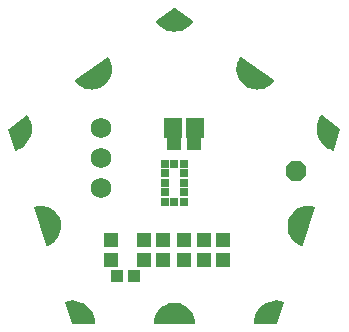
<source format=gbr>
G04 EAGLE Gerber RS-274X export*
G75*
%MOMM*%
%FSLAX34Y34*%
%LPD*%
%INSoldermask Top*%
%IPPOS*%
%AMOC8*
5,1,8,0,0,1.08239X$1,22.5*%
G01*
%ADD10R,1.303200X1.203200*%
%ADD11R,1.203200X1.303200*%
%ADD12R,1.503200X1.703200*%
%ADD13R,1.003200X1.003200*%
%ADD14P,1.869504X8X22.500000*%
%ADD15C,1.727200*%
%ADD16R,0.703200X0.703200*%
%ADD17C,1.003200*%

G36*
X72022Y79012D02*
X72022Y79012D01*
X72055Y79020D01*
X72104Y79021D01*
X74857Y79574D01*
X74889Y79587D01*
X74936Y79597D01*
X77561Y80594D01*
X77590Y80613D01*
X77635Y80630D01*
X80060Y82046D01*
X80086Y82069D01*
X80127Y82093D01*
X82286Y83889D01*
X82308Y83917D01*
X82345Y83947D01*
X84178Y86074D01*
X84192Y86099D01*
X84213Y86120D01*
X84241Y86186D01*
X84275Y86247D01*
X84279Y86277D01*
X84290Y86303D01*
X84289Y86374D01*
X84297Y86445D01*
X84289Y86473D01*
X84289Y86502D01*
X84261Y86568D01*
X84240Y86636D01*
X84222Y86658D01*
X84210Y86685D01*
X84140Y86756D01*
X84134Y86764D01*
X84123Y86779D01*
X84120Y86781D01*
X84113Y86789D01*
X84103Y86794D01*
X84094Y86804D01*
X56594Y106804D01*
X56567Y106816D01*
X56545Y106835D01*
X56477Y106857D01*
X56413Y106886D01*
X56384Y106887D01*
X56356Y106896D01*
X56285Y106890D01*
X56214Y106892D01*
X56187Y106881D01*
X56158Y106879D01*
X56095Y106845D01*
X56029Y106819D01*
X56008Y106799D01*
X55982Y106785D01*
X55935Y106731D01*
X55928Y106726D01*
X55920Y106714D01*
X55917Y106710D01*
X55887Y106680D01*
X55882Y106670D01*
X55873Y106659D01*
X54415Y104260D01*
X54403Y104227D01*
X54378Y104186D01*
X53335Y101579D01*
X53333Y101569D01*
X53331Y101566D01*
X53326Y101540D01*
X53310Y101500D01*
X52710Y98757D01*
X52710Y98722D01*
X52699Y98675D01*
X52559Y95871D01*
X52564Y95837D01*
X52561Y95789D01*
X52884Y92999D01*
X52895Y92966D01*
X52900Y92918D01*
X53678Y90220D01*
X53692Y90194D01*
X53692Y90193D01*
X53693Y90192D01*
X53694Y90189D01*
X53707Y90143D01*
X54919Y87610D01*
X54939Y87582D01*
X54960Y87539D01*
X56572Y85239D01*
X56597Y85215D01*
X56624Y85176D01*
X58593Y83173D01*
X58621Y83153D01*
X58655Y83119D01*
X60926Y81467D01*
X60957Y81453D01*
X60996Y81425D01*
X63508Y80169D01*
X63542Y80160D01*
X63585Y80139D01*
X66269Y79314D01*
X66304Y79311D01*
X66350Y79296D01*
X69133Y78925D01*
X69167Y78927D01*
X69215Y78920D01*
X72022Y79012D01*
G37*
G36*
X-69181Y78926D02*
X-69181Y78926D01*
X-69133Y78925D01*
X-66350Y79296D01*
X-66317Y79308D01*
X-66269Y79314D01*
X-63585Y80139D01*
X-63554Y80155D01*
X-63508Y80169D01*
X-60996Y81425D01*
X-60969Y81446D01*
X-60926Y81467D01*
X-58655Y83119D01*
X-58632Y83145D01*
X-58593Y83173D01*
X-56624Y85176D01*
X-56606Y85205D01*
X-56572Y85239D01*
X-54960Y87539D01*
X-54946Y87570D01*
X-54919Y87610D01*
X-53707Y90143D01*
X-53699Y90177D01*
X-53678Y90220D01*
X-52900Y92918D01*
X-52898Y92953D01*
X-52884Y92999D01*
X-52561Y95789D01*
X-52564Y95823D01*
X-52559Y95871D01*
X-52699Y98675D01*
X-52708Y98709D01*
X-52710Y98757D01*
X-53310Y101500D01*
X-53324Y101532D01*
X-53335Y101579D01*
X-54378Y104186D01*
X-54397Y104215D01*
X-54415Y104260D01*
X-55873Y106659D01*
X-55893Y106681D01*
X-55906Y106707D01*
X-55946Y106741D01*
X-55952Y106749D01*
X-55962Y106755D01*
X-56008Y106805D01*
X-56035Y106817D01*
X-56057Y106836D01*
X-56125Y106858D01*
X-56190Y106887D01*
X-56219Y106888D01*
X-56247Y106896D01*
X-56317Y106890D01*
X-56389Y106891D01*
X-56416Y106881D01*
X-56445Y106878D01*
X-56523Y106839D01*
X-56524Y106839D01*
X-56525Y106838D01*
X-56534Y106834D01*
X-56573Y106818D01*
X-56581Y106810D01*
X-56594Y106804D01*
X-84094Y86804D01*
X-84113Y86782D01*
X-84138Y86767D01*
X-84146Y86756D01*
X-84148Y86754D01*
X-84180Y86710D01*
X-84228Y86657D01*
X-84238Y86630D01*
X-84255Y86606D01*
X-84271Y86537D01*
X-84294Y86470D01*
X-84293Y86441D01*
X-84299Y86412D01*
X-84287Y86342D01*
X-84282Y86271D01*
X-84269Y86245D01*
X-84264Y86216D01*
X-84213Y86131D01*
X-84194Y86093D01*
X-84185Y86086D01*
X-84178Y86074D01*
X-82345Y83947D01*
X-82317Y83926D01*
X-82286Y83889D01*
X-80127Y82093D01*
X-80097Y82077D01*
X-80060Y82046D01*
X-77635Y80630D01*
X-77602Y80619D01*
X-77561Y80594D01*
X-74936Y79597D01*
X-74902Y79591D01*
X-74857Y79574D01*
X-72104Y79021D01*
X-72069Y79022D01*
X-72022Y79012D01*
X-69215Y78920D01*
X-69181Y78926D01*
G37*
G36*
X17029Y-119693D02*
X17029Y-119693D01*
X17058Y-119696D01*
X17125Y-119674D01*
X17195Y-119660D01*
X17219Y-119643D01*
X17247Y-119634D01*
X17300Y-119587D01*
X17359Y-119547D01*
X17375Y-119523D01*
X17397Y-119503D01*
X17428Y-119439D01*
X17466Y-119380D01*
X17471Y-119351D01*
X17483Y-119325D01*
X17492Y-119225D01*
X17499Y-119183D01*
X17496Y-119173D01*
X17498Y-119159D01*
X17266Y-116361D01*
X17256Y-116327D01*
X17252Y-116279D01*
X16563Y-113558D01*
X16548Y-113526D01*
X16536Y-113480D01*
X15408Y-110908D01*
X15388Y-110880D01*
X15369Y-110836D01*
X13833Y-108485D01*
X13809Y-108461D01*
X13783Y-108420D01*
X11881Y-106355D01*
X11853Y-106334D01*
X11820Y-106299D01*
X9605Y-104574D01*
X9574Y-104559D01*
X9536Y-104529D01*
X7066Y-103193D01*
X7033Y-103183D01*
X6991Y-103160D01*
X4351Y-102253D01*
X4335Y-102248D01*
X4301Y-102244D01*
X4255Y-102228D01*
X1486Y-101766D01*
X1451Y-101767D01*
X1404Y-101759D01*
X-1404Y-101759D01*
X-1438Y-101766D01*
X-1486Y-101766D01*
X-4255Y-102228D01*
X-4288Y-102240D01*
X-4335Y-102248D01*
X-6991Y-103160D01*
X-7021Y-103177D01*
X-7066Y-103193D01*
X-9536Y-104529D01*
X-9562Y-104551D01*
X-9605Y-104574D01*
X-11820Y-106299D01*
X-11843Y-106325D01*
X-11881Y-106355D01*
X-13783Y-108420D01*
X-13801Y-108450D01*
X-13833Y-108485D01*
X-15369Y-110836D01*
X-15382Y-110868D01*
X-15408Y-110908D01*
X-16536Y-113480D01*
X-16543Y-113513D01*
X-16546Y-113520D01*
X-16552Y-113529D01*
X-16553Y-113535D01*
X-16563Y-113558D01*
X-17252Y-116279D01*
X-17254Y-116314D01*
X-17266Y-116361D01*
X-17498Y-119159D01*
X-17494Y-119188D01*
X-17499Y-119217D01*
X-17483Y-119286D01*
X-17474Y-119356D01*
X-17460Y-119382D01*
X-17453Y-119410D01*
X-17411Y-119467D01*
X-17376Y-119529D01*
X-17352Y-119547D01*
X-17335Y-119570D01*
X-17274Y-119606D01*
X-17217Y-119649D01*
X-17189Y-119657D01*
X-17164Y-119672D01*
X-17066Y-119688D01*
X-17025Y-119699D01*
X-17014Y-119697D01*
X-17000Y-119699D01*
X17000Y-119699D01*
X17029Y-119693D01*
G37*
G36*
X108131Y-53493D02*
X108131Y-53493D01*
X108160Y-53496D01*
X108227Y-53473D01*
X108297Y-53459D01*
X108321Y-53442D01*
X108348Y-53433D01*
X108402Y-53386D01*
X108460Y-53346D01*
X108476Y-53321D01*
X108498Y-53302D01*
X108544Y-53214D01*
X108567Y-53178D01*
X108568Y-53167D01*
X108575Y-53154D01*
X119075Y-20854D01*
X119078Y-20825D01*
X119089Y-20798D01*
X119089Y-20727D01*
X119097Y-20657D01*
X119089Y-20629D01*
X119089Y-20600D01*
X119061Y-20534D01*
X119041Y-20466D01*
X119023Y-20444D01*
X119011Y-20417D01*
X118960Y-20367D01*
X118915Y-20312D01*
X118889Y-20299D01*
X118868Y-20279D01*
X118776Y-20240D01*
X118739Y-20220D01*
X118727Y-20219D01*
X118715Y-20214D01*
X115985Y-19570D01*
X115950Y-19569D01*
X115903Y-19558D01*
X113105Y-19372D01*
X113070Y-19377D01*
X113022Y-19374D01*
X110231Y-19651D01*
X110198Y-19661D01*
X110150Y-19666D01*
X107443Y-20399D01*
X107412Y-20414D01*
X107365Y-20427D01*
X104816Y-21596D01*
X104788Y-21616D01*
X104744Y-21636D01*
X102421Y-23208D01*
X102397Y-23233D01*
X102357Y-23260D01*
X100325Y-25193D01*
X100305Y-25221D01*
X100270Y-25255D01*
X98584Y-27496D01*
X98569Y-27527D01*
X98540Y-27566D01*
X97246Y-30054D01*
X97236Y-30087D01*
X97214Y-30130D01*
X96347Y-32797D01*
X96343Y-32832D01*
X96328Y-32878D01*
X95912Y-35651D01*
X95913Y-35686D01*
X95906Y-35733D01*
X95952Y-38538D01*
X95953Y-38540D01*
X95960Y-38572D01*
X95960Y-38620D01*
X96467Y-41378D01*
X96480Y-41411D01*
X96489Y-41458D01*
X97443Y-44095D01*
X97461Y-44125D01*
X97477Y-44170D01*
X98852Y-46615D01*
X98875Y-46641D01*
X98899Y-46683D01*
X100657Y-48868D01*
X100684Y-48890D01*
X100714Y-48928D01*
X102809Y-50793D01*
X102838Y-50811D01*
X102874Y-50843D01*
X105247Y-52338D01*
X105280Y-52350D01*
X105320Y-52376D01*
X107907Y-53460D01*
X107936Y-53466D01*
X107961Y-53480D01*
X108032Y-53485D01*
X108102Y-53499D01*
X108131Y-53493D01*
G37*
G36*
X-108098Y-53494D02*
X-108098Y-53494D01*
X-108069Y-53498D01*
X-107972Y-53476D01*
X-107930Y-53469D01*
X-107920Y-53464D01*
X-107907Y-53460D01*
X-105320Y-52376D01*
X-105292Y-52357D01*
X-105247Y-52338D01*
X-102874Y-50843D01*
X-102849Y-50819D01*
X-102809Y-50793D01*
X-100714Y-48928D01*
X-100693Y-48900D01*
X-100657Y-48868D01*
X-98899Y-46683D01*
X-98883Y-46652D01*
X-98852Y-46615D01*
X-97477Y-44170D01*
X-97467Y-44137D01*
X-97443Y-44095D01*
X-96489Y-41458D01*
X-96484Y-41424D01*
X-96467Y-41378D01*
X-95960Y-38620D01*
X-95961Y-38585D01*
X-95952Y-38538D01*
X-95906Y-35733D01*
X-95913Y-35699D01*
X-95912Y-35651D01*
X-96328Y-32878D01*
X-96340Y-32845D01*
X-96347Y-32797D01*
X-97214Y-30130D01*
X-97231Y-30100D01*
X-97246Y-30054D01*
X-98540Y-27566D01*
X-98562Y-27539D01*
X-98584Y-27496D01*
X-100270Y-25255D01*
X-100296Y-25232D01*
X-100325Y-25193D01*
X-102357Y-23260D01*
X-102387Y-23242D01*
X-102421Y-23208D01*
X-104744Y-21636D01*
X-104776Y-21623D01*
X-104816Y-21596D01*
X-107365Y-20427D01*
X-107399Y-20419D01*
X-107443Y-20399D01*
X-110150Y-19666D01*
X-110185Y-19664D01*
X-110231Y-19651D01*
X-113022Y-19374D01*
X-113057Y-19377D01*
X-113105Y-19372D01*
X-115903Y-19558D01*
X-115937Y-19567D01*
X-115985Y-19570D01*
X-118715Y-20214D01*
X-118741Y-20226D01*
X-118770Y-20231D01*
X-118831Y-20268D01*
X-118895Y-20297D01*
X-118915Y-20319D01*
X-118940Y-20334D01*
X-118981Y-20392D01*
X-119029Y-20445D01*
X-119039Y-20472D01*
X-119056Y-20496D01*
X-119071Y-20565D01*
X-119095Y-20632D01*
X-119093Y-20661D01*
X-119099Y-20690D01*
X-119085Y-20788D01*
X-119082Y-20831D01*
X-119077Y-20841D01*
X-119075Y-20854D01*
X-108575Y-53154D01*
X-108560Y-53180D01*
X-108554Y-53208D01*
X-108512Y-53266D01*
X-108477Y-53327D01*
X-108454Y-53345D01*
X-108437Y-53369D01*
X-108376Y-53405D01*
X-108319Y-53449D01*
X-108291Y-53456D01*
X-108266Y-53471D01*
X-108196Y-53481D01*
X-108127Y-53499D01*
X-108098Y-53494D01*
G37*
G36*
X-67572Y-119694D02*
X-67572Y-119694D01*
X-67545Y-119696D01*
X-67476Y-119674D01*
X-67405Y-119660D01*
X-67382Y-119644D01*
X-67355Y-119635D01*
X-67301Y-119588D01*
X-67241Y-119547D01*
X-67226Y-119523D01*
X-67205Y-119505D01*
X-67173Y-119440D01*
X-67134Y-119380D01*
X-67129Y-119352D01*
X-67117Y-119327D01*
X-67108Y-119225D01*
X-67101Y-119183D01*
X-67103Y-119174D01*
X-67102Y-119161D01*
X-67336Y-116185D01*
X-67345Y-116153D01*
X-67348Y-116107D01*
X-68044Y-113204D01*
X-68058Y-113174D01*
X-68068Y-113130D01*
X-69210Y-110371D01*
X-69229Y-110344D01*
X-69246Y-110302D01*
X-70805Y-107756D01*
X-70828Y-107731D01*
X-70851Y-107692D01*
X-72789Y-105422D01*
X-72816Y-105401D01*
X-72845Y-105366D01*
X-75114Y-103427D01*
X-75144Y-103411D01*
X-75178Y-103381D01*
X-77723Y-101820D01*
X-77754Y-101809D01*
X-77793Y-101785D01*
X-80551Y-100642D01*
X-80583Y-100635D01*
X-80625Y-100617D01*
X-83528Y-99920D01*
X-83561Y-99919D01*
X-83605Y-99908D01*
X-86581Y-99673D01*
X-86614Y-99677D01*
X-86660Y-99673D01*
X-89636Y-99906D01*
X-89668Y-99915D01*
X-89713Y-99918D01*
X-92616Y-100615D01*
X-92642Y-100627D01*
X-92670Y-100631D01*
X-92732Y-100668D01*
X-92797Y-100698D01*
X-92816Y-100720D01*
X-92840Y-100734D01*
X-92882Y-100793D01*
X-92930Y-100846D01*
X-92939Y-100873D01*
X-92956Y-100896D01*
X-92971Y-100966D01*
X-92995Y-101034D01*
X-92993Y-101062D01*
X-92999Y-101090D01*
X-92984Y-101190D01*
X-92981Y-101232D01*
X-92977Y-101242D01*
X-92975Y-101255D01*
X-87075Y-119355D01*
X-87060Y-119381D01*
X-87053Y-119410D01*
X-87011Y-119467D01*
X-86977Y-119528D01*
X-86953Y-119546D01*
X-86935Y-119570D01*
X-86875Y-119606D01*
X-86819Y-119649D01*
X-86790Y-119656D01*
X-86764Y-119672D01*
X-86668Y-119688D01*
X-86626Y-119699D01*
X-86615Y-119697D01*
X-86600Y-119699D01*
X-67600Y-119699D01*
X-67572Y-119694D01*
G37*
G36*
X86629Y-119693D02*
X86629Y-119693D01*
X86659Y-119696D01*
X86726Y-119674D01*
X86795Y-119660D01*
X86820Y-119643D01*
X86848Y-119633D01*
X86901Y-119587D01*
X86959Y-119547D01*
X86975Y-119522D01*
X86997Y-119502D01*
X87043Y-119416D01*
X87066Y-119380D01*
X87068Y-119368D01*
X87075Y-119355D01*
X92975Y-101255D01*
X92978Y-101227D01*
X92989Y-101200D01*
X92989Y-101128D01*
X92997Y-101057D01*
X92989Y-101030D01*
X92989Y-101001D01*
X92962Y-100935D01*
X92941Y-100866D01*
X92923Y-100844D01*
X92912Y-100818D01*
X92861Y-100768D01*
X92815Y-100713D01*
X92790Y-100700D01*
X92770Y-100680D01*
X92676Y-100640D01*
X92639Y-100620D01*
X92628Y-100620D01*
X92616Y-100615D01*
X89713Y-99918D01*
X89680Y-99917D01*
X89636Y-99906D01*
X86660Y-99673D01*
X86627Y-99677D01*
X86581Y-99673D01*
X83605Y-99908D01*
X83573Y-99917D01*
X83528Y-99920D01*
X80625Y-100617D01*
X80595Y-100631D01*
X80551Y-100642D01*
X77838Y-101766D01*
X77793Y-101785D01*
X77765Y-101803D01*
X77723Y-101820D01*
X75178Y-103381D01*
X75154Y-103403D01*
X75114Y-103427D01*
X72845Y-105366D01*
X72824Y-105392D01*
X72789Y-105422D01*
X70851Y-107692D01*
X70835Y-107721D01*
X70805Y-107756D01*
X69246Y-110302D01*
X69234Y-110333D01*
X69210Y-110371D01*
X68068Y-113130D01*
X68062Y-113162D01*
X68044Y-113204D01*
X67348Y-116107D01*
X67347Y-116140D01*
X67336Y-116185D01*
X67102Y-119161D01*
X67106Y-119189D01*
X67101Y-119217D01*
X67118Y-119287D01*
X67127Y-119358D01*
X67141Y-119383D01*
X67147Y-119410D01*
X67190Y-119468D01*
X67226Y-119531D01*
X67248Y-119548D01*
X67265Y-119570D01*
X67327Y-119607D01*
X67385Y-119650D01*
X67412Y-119657D01*
X67436Y-119672D01*
X67537Y-119689D01*
X67577Y-119699D01*
X67588Y-119697D01*
X67600Y-119699D01*
X86600Y-119699D01*
X86629Y-119693D01*
G37*
G36*
X3017Y128090D02*
X3017Y128090D01*
X3049Y128099D01*
X3094Y128102D01*
X5999Y128800D01*
X6029Y128814D01*
X6073Y128824D01*
X8833Y129967D01*
X8861Y129985D01*
X8903Y130002D01*
X11450Y131563D01*
X11474Y131586D01*
X11513Y131609D01*
X13784Y133549D01*
X13805Y133575D01*
X13840Y133604D01*
X15780Y135876D01*
X15794Y135901D01*
X15814Y135922D01*
X15842Y135987D01*
X15876Y136050D01*
X15879Y136079D01*
X15890Y136105D01*
X15890Y136177D01*
X15897Y136247D01*
X15889Y136275D01*
X15888Y136304D01*
X15860Y136370D01*
X15839Y136438D01*
X15820Y136460D01*
X15809Y136487D01*
X15739Y136558D01*
X15712Y136590D01*
X15702Y136595D01*
X15692Y136605D01*
X292Y147705D01*
X266Y147717D01*
X245Y147735D01*
X176Y147757D01*
X111Y147787D01*
X82Y147787D01*
X55Y147796D01*
X-16Y147790D01*
X-88Y147791D01*
X-114Y147781D01*
X-143Y147778D01*
X-234Y147734D01*
X-273Y147718D01*
X-280Y147711D01*
X-292Y147705D01*
X-15692Y136605D01*
X-15712Y136584D01*
X-15737Y136569D01*
X-15779Y136511D01*
X-15827Y136459D01*
X-15837Y136432D01*
X-15854Y136408D01*
X-15870Y136339D01*
X-15894Y136272D01*
X-15892Y136243D01*
X-15899Y136214D01*
X-15887Y136144D01*
X-15883Y136073D01*
X-15870Y136047D01*
X-15865Y136019D01*
X-15814Y135933D01*
X-15795Y135895D01*
X-15787Y135888D01*
X-15780Y135876D01*
X-13840Y133604D01*
X-13814Y133584D01*
X-13784Y133549D01*
X-11513Y131609D01*
X-11484Y131593D01*
X-11450Y131563D01*
X-8903Y130002D01*
X-8872Y129991D01*
X-8833Y129967D01*
X-6073Y128824D01*
X-6041Y128817D01*
X-5999Y128800D01*
X-3094Y128102D01*
X-3061Y128101D01*
X-3017Y128090D01*
X-39Y127856D01*
X-6Y127860D01*
X39Y127856D01*
X3017Y128090D01*
G37*
G36*
X134332Y27007D02*
X134332Y27007D01*
X134361Y27004D01*
X134429Y27027D01*
X134499Y27042D01*
X134522Y27058D01*
X134550Y27068D01*
X134603Y27115D01*
X134662Y27156D01*
X134677Y27180D01*
X134699Y27199D01*
X134745Y27289D01*
X134767Y27325D01*
X134769Y27335D01*
X134775Y27347D01*
X140575Y45347D01*
X140578Y45375D01*
X140590Y45402D01*
X140589Y45473D01*
X140597Y45545D01*
X140589Y45572D01*
X140589Y45601D01*
X140561Y45667D01*
X140540Y45735D01*
X140522Y45757D01*
X140511Y45784D01*
X140441Y45856D01*
X140414Y45888D01*
X140404Y45893D01*
X140395Y45903D01*
X125095Y57103D01*
X125068Y57115D01*
X125046Y57134D01*
X124979Y57156D01*
X124914Y57186D01*
X124885Y57187D01*
X124857Y57196D01*
X124787Y57190D01*
X124716Y57192D01*
X124688Y57182D01*
X124659Y57179D01*
X124596Y57146D01*
X124530Y57120D01*
X124509Y57100D01*
X124484Y57086D01*
X124418Y57011D01*
X124388Y56981D01*
X124383Y56971D01*
X124374Y56961D01*
X122819Y54421D01*
X122808Y54390D01*
X122784Y54351D01*
X121645Y51599D01*
X121639Y51567D01*
X121621Y51525D01*
X120927Y48629D01*
X120926Y48596D01*
X120915Y48552D01*
X120682Y45583D01*
X120686Y45550D01*
X120682Y45504D01*
X120917Y42536D01*
X120926Y42504D01*
X120929Y42458D01*
X121626Y39563D01*
X121640Y39533D01*
X121650Y39489D01*
X122790Y36738D01*
X122809Y36710D01*
X122826Y36668D01*
X124383Y34129D01*
X124406Y34105D01*
X124429Y34066D01*
X126364Y31802D01*
X126390Y31782D01*
X126419Y31747D01*
X128685Y29814D01*
X128714Y29798D01*
X128748Y29768D01*
X131288Y28213D01*
X131319Y28201D01*
X131357Y28177D01*
X134109Y27039D01*
X134137Y27033D01*
X134163Y27020D01*
X134234Y27014D01*
X134304Y27001D01*
X134332Y27007D01*
G37*
G36*
X-134300Y27006D02*
X-134300Y27006D01*
X-134271Y27002D01*
X-134173Y27024D01*
X-134131Y27030D01*
X-134122Y27036D01*
X-134109Y27039D01*
X-131357Y28177D01*
X-131330Y28196D01*
X-131288Y28213D01*
X-128748Y29768D01*
X-128724Y29790D01*
X-128685Y29814D01*
X-126419Y31747D01*
X-126399Y31773D01*
X-126364Y31802D01*
X-124429Y34066D01*
X-124413Y34095D01*
X-124383Y34129D01*
X-122826Y36668D01*
X-122815Y36699D01*
X-122790Y36738D01*
X-121650Y39489D01*
X-121643Y39521D01*
X-121626Y39563D01*
X-120929Y42458D01*
X-120928Y42492D01*
X-120917Y42536D01*
X-120682Y45504D01*
X-120686Y45537D01*
X-120682Y45583D01*
X-120915Y48552D01*
X-120924Y48584D01*
X-120927Y48629D01*
X-121621Y51525D01*
X-121635Y51555D01*
X-121645Y51599D01*
X-122784Y54351D01*
X-122802Y54379D01*
X-122819Y54421D01*
X-124374Y56961D01*
X-124394Y56982D01*
X-124407Y57008D01*
X-124461Y57054D01*
X-124510Y57106D01*
X-124536Y57118D01*
X-124559Y57137D01*
X-124626Y57158D01*
X-124691Y57187D01*
X-124720Y57188D01*
X-124748Y57197D01*
X-124819Y57190D01*
X-124890Y57191D01*
X-124917Y57180D01*
X-124946Y57177D01*
X-125035Y57133D01*
X-125075Y57117D01*
X-125083Y57109D01*
X-125095Y57103D01*
X-140395Y45903D01*
X-140414Y45882D01*
X-140439Y45867D01*
X-140481Y45809D01*
X-140529Y45756D01*
X-140538Y45729D01*
X-140555Y45705D01*
X-140571Y45636D01*
X-140595Y45568D01*
X-140593Y45540D01*
X-140599Y45512D01*
X-140585Y45412D01*
X-140582Y45370D01*
X-140577Y45360D01*
X-140575Y45347D01*
X-134775Y27347D01*
X-134761Y27322D01*
X-134755Y27294D01*
X-134713Y27236D01*
X-134678Y27174D01*
X-134655Y27156D01*
X-134638Y27133D01*
X-134577Y27096D01*
X-134520Y27052D01*
X-134493Y27045D01*
X-134468Y27030D01*
X-134397Y27020D01*
X-134328Y27002D01*
X-134300Y27006D01*
G37*
D10*
X-563Y33338D03*
X16438Y33338D03*
D11*
X41275Y-48650D03*
X41275Y-65650D03*
D12*
X-1563Y46038D03*
X17438Y46038D03*
D13*
X-33775Y-79375D03*
X-48775Y-79375D03*
D14*
X103188Y9525D03*
D15*
X-61913Y46038D03*
X-61913Y20638D03*
X-61913Y-4763D03*
D10*
X-53975Y-65650D03*
X-53975Y-48650D03*
X25400Y-48650D03*
X25400Y-65650D03*
X-9525Y-48650D03*
X-9525Y-65650D03*
X7938Y-48650D03*
X7938Y-65650D03*
X-25400Y-48650D03*
X-25400Y-65650D03*
D16*
X8000Y16000D03*
X8000Y8000D03*
X8000Y0D03*
X8000Y-8000D03*
X8000Y-16000D03*
X0Y-16000D03*
X-8000Y-16000D03*
X-8000Y-8000D03*
X-8000Y0D03*
X-8000Y8000D03*
X-8000Y16000D03*
X0Y16000D03*
D17*
X0Y140500D03*
X133600Y43400D03*
X82600Y-113700D03*
X-82600Y-113700D03*
X-133600Y43400D03*
X66800Y92000D03*
X108100Y-35100D03*
X0Y-113700D03*
X-108100Y-35100D03*
X-66800Y92000D03*
M02*

</source>
